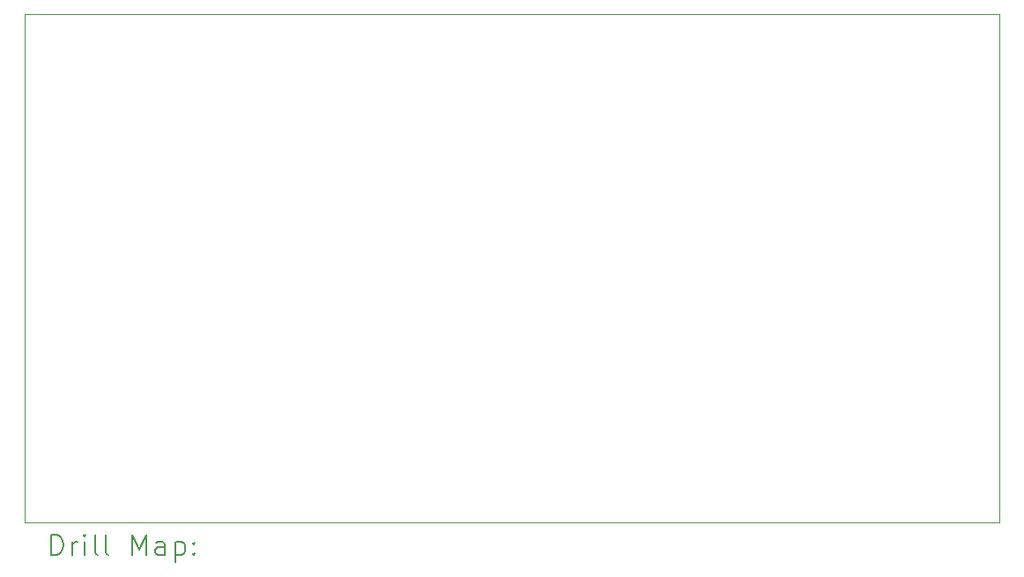
<source format=gbr>
%FSLAX45Y45*%
G04 Gerber Fmt 4.5, Leading zero omitted, Abs format (unit mm)*
G04 Created by KiCad (PCBNEW (6.0.5-0)) date 2022-06-18 11:46:54*
%MOMM*%
%LPD*%
G01*
G04 APERTURE LIST*
%TA.AperFunction,Profile*%
%ADD10C,0.100000*%
%TD*%
%ADD11C,0.200000*%
G04 APERTURE END LIST*
D10*
X1573859Y-1721605D02*
X10932936Y-1721605D01*
X10932936Y-1721605D02*
X10932936Y-6604602D01*
X10932936Y-6604602D02*
X1573859Y-6604602D01*
X1573859Y-6604602D02*
X1573859Y-1721605D01*
D11*
X1826478Y-6920078D02*
X1826478Y-6720078D01*
X1874097Y-6720078D01*
X1902668Y-6729602D01*
X1921716Y-6748649D01*
X1931240Y-6767697D01*
X1940763Y-6805792D01*
X1940763Y-6834364D01*
X1931240Y-6872459D01*
X1921716Y-6891506D01*
X1902668Y-6910554D01*
X1874097Y-6920078D01*
X1826478Y-6920078D01*
X2026478Y-6920078D02*
X2026478Y-6786744D01*
X2026478Y-6824840D02*
X2036002Y-6805792D01*
X2045525Y-6796268D01*
X2064573Y-6786744D01*
X2083621Y-6786744D01*
X2150287Y-6920078D02*
X2150287Y-6786744D01*
X2150287Y-6720078D02*
X2140764Y-6729602D01*
X2150287Y-6739125D01*
X2159811Y-6729602D01*
X2150287Y-6720078D01*
X2150287Y-6739125D01*
X2274097Y-6920078D02*
X2255049Y-6910554D01*
X2245525Y-6891506D01*
X2245525Y-6720078D01*
X2378859Y-6920078D02*
X2359811Y-6910554D01*
X2350287Y-6891506D01*
X2350287Y-6720078D01*
X2607430Y-6920078D02*
X2607430Y-6720078D01*
X2674097Y-6862935D01*
X2740764Y-6720078D01*
X2740764Y-6920078D01*
X2921716Y-6920078D02*
X2921716Y-6815316D01*
X2912192Y-6796268D01*
X2893144Y-6786744D01*
X2855049Y-6786744D01*
X2836002Y-6796268D01*
X2921716Y-6910554D02*
X2902668Y-6920078D01*
X2855049Y-6920078D01*
X2836002Y-6910554D01*
X2826478Y-6891506D01*
X2826478Y-6872459D01*
X2836002Y-6853411D01*
X2855049Y-6843887D01*
X2902668Y-6843887D01*
X2921716Y-6834364D01*
X3016954Y-6786744D02*
X3016954Y-6986744D01*
X3016954Y-6796268D02*
X3036002Y-6786744D01*
X3074097Y-6786744D01*
X3093144Y-6796268D01*
X3102668Y-6805792D01*
X3112192Y-6824840D01*
X3112192Y-6881983D01*
X3102668Y-6901030D01*
X3093144Y-6910554D01*
X3074097Y-6920078D01*
X3036002Y-6920078D01*
X3016954Y-6910554D01*
X3197906Y-6901030D02*
X3207430Y-6910554D01*
X3197906Y-6920078D01*
X3188383Y-6910554D01*
X3197906Y-6901030D01*
X3197906Y-6920078D01*
X3197906Y-6796268D02*
X3207430Y-6805792D01*
X3197906Y-6815316D01*
X3188383Y-6805792D01*
X3197906Y-6796268D01*
X3197906Y-6815316D01*
M02*

</source>
